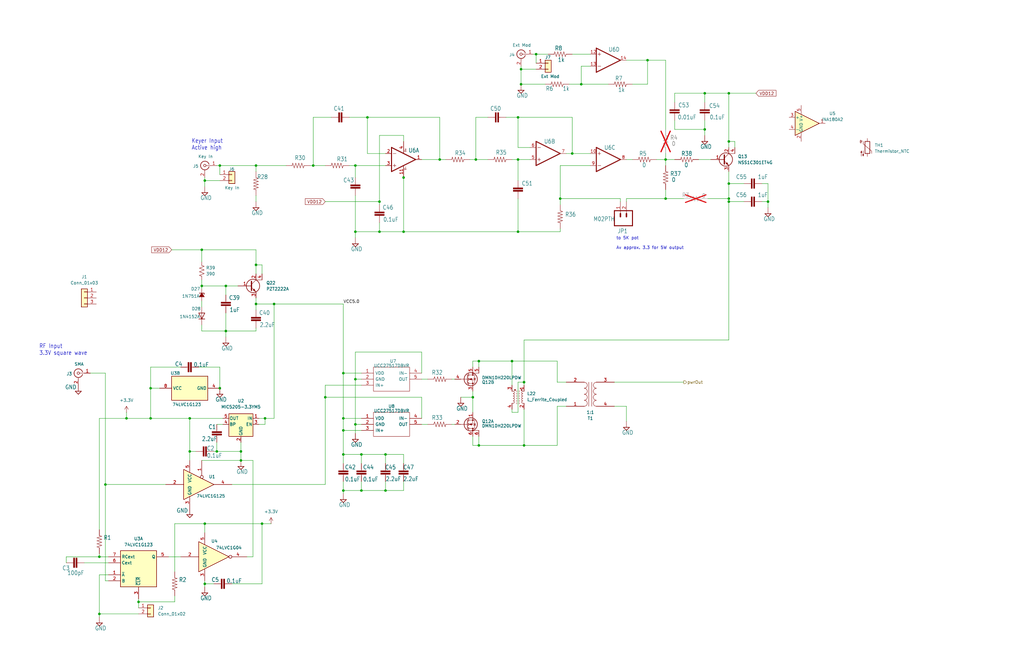
<source format=kicad_sch>
(kicad_sch (version 20250114) (generator "eeschema") (generator_version "9.0")
  (paper "B")
  (text "RF Input\n3.3V square wave" (at 16.51 150.114 0) (effects (font (size 1.778 1.5113)) (justify left bottom)))
  (text "to 5K pot\n\nAv approx. 3.3 for 5W output" (at 259.842 105.41 0) (effects (font (size 1.27 1.27)) (justify left bottom)))
  (text "Keyer Input\nActive high" (at 80.772 63.5 0) (effects (font (size 1.778 1.5113)) (justify left bottom)))
  (junction (at 111.76 176.53))
  (junction (at 170.18 74.93))
  (junction (at 297.18 39.37))
  (junction (at 92.71 163.83))
  (junction (at 170.18 97.79))
  (junction (at 162.56 207.01))
  (junction (at 297.18 54.61))
  (junction (at 226.06 22.86))
  (junction (at 273.05 25.4))
  (junction (at 149.86 69.85))
  (junction (at 149.86 160.02))
  (junction (at 115.57 128.27))
  (junction (at 144.78 157.48))
  (junction (at 101.6 190.5))
  (junction (at 220.98 161.29))
  (junction (at 160.02 97.79))
  (junction (at 219.71 29.21))
  (junction (at 86.36 76.2))
  (junction (at 201.93 187.96))
  (junction (at 215.9 152.4))
  (junction (at 236.22 83.82))
  (junction (at 63.5 163.83))
  (junction (at 323.85 85.09))
  (junction (at 241.3 64.77))
  (junction (at 200.66 67.31))
  (junction (at 137.16 167.64))
  (junction (at 280.67 67.31))
  (junction (at 144.78 181.61))
  (junction (at 220.98 187.96))
  (junction (at 245.11 35.56))
  (junction (at 199.39 167.64))
  (junction (at 107.95 69.85))
  (junction (at 149.86 97.79))
  (junction (at 101.6 194.31))
  (junction (at 154.94 49.53))
  (junction (at 86.36 246.38))
  (junction (at 218.44 67.31))
  (junction (at 91.44 190.5))
  (junction (at 95.25 120.65))
  (junction (at 107.95 128.27))
  (junction (at 44.45 204.47))
  (junction (at 41.91 259.08))
  (junction (at 85.09 120.65))
  (junction (at 201.93 152.4))
  (junction (at 152.4 191.77))
  (junction (at 307.34 77.47))
  (junction (at 144.78 207.01))
  (junction (at 63.5 176.53))
  (junction (at 218.44 49.53))
  (junction (at 185.42 67.31))
  (junction (at 110.49 220.98))
  (junction (at 149.86 179.07))
  (junction (at 86.36 220.98))
  (junction (at 85.09 105.41))
  (junction (at 307.34 85.09))
  (junction (at 53.34 176.53))
  (junction (at 41.91 234.95))
  (junction (at 92.71 69.85))
  (junction (at 95.25 139.7))
  (junction (at 307.34 83.82))
  (junction (at 162.56 191.77))
  (junction (at 307.34 59.69))
  (junction (at 144.78 191.77))
  (junction (at 107.95 111.76))
  (junction (at 58.42 254))
  (junction (at 218.44 97.79))
  (junction (at 80.01 176.53))
  (junction (at 144.78 176.53))
  (junction (at 160.02 85.09))
  (junction (at 219.71 35.56))
  (junction (at 152.4 207.01))
  (junction (at 307.34 39.37))
  (junction (at 280.67 83.82))
  (junction (at 132.08 69.85))
  (junction (at 80.01 190.5))
  (wire (pts (xy 85.09 139.7) (xy 95.25 139.7)))
  (wire (pts (xy 190.5 179.07) (xy 191.77 179.07)))
  (wire (pts (xy 280.67 67.31) (xy 280.67 69.85)))
  (wire (pts (xy 199.39 184.15) (xy 199.39 187.96)))
  (wire (pts (xy 162.56 64.77) (xy 154.94 64.77)))
  (wire (pts (xy 284.48 67.31) (xy 280.67 67.31)))
  (wire (pts (xy 45.72 245.11) (xy 44.45 245.11)))
  (wire (pts (xy 160.02 85.09) (xy 137.16 85.09)))
  (wire (pts (xy 83.82 154.94) (xy 92.71 154.94)))
  (wire (pts (xy 152.4 191.77) (xy 144.78 191.77)))
  (wire (pts (xy 234.95 171.45) (xy 238.76 171.45)))
  (wire (pts (xy 205.74 49.53) (xy 200.66 49.53)))
  (wire (pts (xy 234.95 152.4) (xy 234.95 161.29)))
  (wire (pts (xy 27.94 237.49) (xy 27.94 234.95)))
  (wire (pts (xy 111.76 179.07) (xy 111.76 176.53)))
  (wire (pts (xy 107.95 128.27) (xy 107.95 130.81)))
  (wire (pts (xy 236.22 69.85) (xy 248.92 69.85)))
  (wire (pts (xy 152.4 162.56) (xy 137.16 162.56)))
  (wire (pts (xy 144.78 203.2) (xy 144.78 207.01)))
  (wire (pts (xy 41.91 242.57) (xy 41.91 259.08)))
  (wire (pts (xy 152.4 191.77) (xy 162.56 191.77)))
  (wire (pts (xy 185.42 49.53) (xy 154.94 49.53)))
  (wire (pts (xy 139.7 49.53) (xy 132.08 49.53)))
  (wire (pts (xy 95.25 120.65) (xy 100.33 120.65)))
  (wire (pts (xy 90.17 190.5) (xy 91.44 190.5)))
  (wire (pts (xy 41.91 176.53) (xy 53.34 176.53)))
  (wire (pts (xy 27.94 234.95) (xy 41.91 234.95)))
  (wire (pts (xy 307.34 39.37) (xy 318.77 39.37)))
  (wire (pts (xy 86.36 246.38) (xy 90.17 246.38)))
  (wire (pts (xy 149.86 69.85) (xy 162.56 69.85)))
  (wire (pts (xy 160.02 97.79) (xy 149.86 97.79)))
  (wire (pts (xy 218.44 173.99) (xy 218.44 161.29)))
  (wire (pts (xy 91.44 190.5) (xy 101.6 190.5)))
  (wire (pts (xy 234.95 161.29) (xy 238.76 161.29)))
  (wire (pts (xy 241.3 49.53) (xy 218.44 49.53)))
  (wire (pts (xy 177.8 148.59) (xy 149.86 148.59)))
  (wire (pts (xy 144.78 208.28) (xy 144.78 207.01)))
  (wire (pts (xy 152.4 191.77) (xy 152.4 195.58)))
  (wire (pts (xy 199.39 152.4) (xy 201.93 152.4)))
  (wire (pts (xy 160.02 93.98) (xy 160.02 97.79)))
  (wire (pts (xy 177.8 67.31) (xy 185.42 67.31)))
  (wire (pts (xy 132.08 49.53) (xy 132.08 69.85)))
  (wire (pts (xy 226.06 22.86) (xy 231.14 22.86)))
  (wire (pts (xy 63.5 163.83) (xy 63.5 176.53)))
  (wire (pts (xy 199.39 152.4) (xy 199.39 154.94)))
  (wire (pts (xy 284.48 39.37) (xy 284.48 43.18)))
  (wire (pts (xy 321.31 77.47) (xy 323.85 77.47)))
  (wire (pts (xy 107.95 128.27) (xy 115.57 128.27)))
  (wire (pts (xy 309.88 59.69) (xy 307.34 59.69)))
  (wire (pts (xy 144.78 181.61) (xy 152.4 181.61)))
  (wire (pts (xy 264.16 25.4) (xy 273.05 25.4)))
  (wire (pts (xy 144.78 207.01) (xy 152.4 207.01)))
  (wire (pts (xy 91.44 69.85) (xy 92.71 69.85)))
  (wire (pts (xy 132.08 69.85) (xy 137.16 69.85)))
  (wire (pts (xy 198.12 67.31) (xy 200.66 67.31)))
  (wire (pts (xy 284.48 54.61) (xy 297.18 54.61)))
  (wire (pts (xy 85.09 118.11) (xy 85.09 120.65)))
  (wire (pts (xy 107.95 115.57) (xy 107.95 111.76)))
  (wire (pts (xy 215.9 67.31) (xy 218.44 67.31)))
  (wire (pts (xy 44.45 157.48) (xy 38.1 157.48)))
  (wire (pts (xy 91.44 179.07) (xy 93.98 179.07)))
  (wire (pts (xy 101.6 190.5) (xy 101.6 194.31)))
  (wire (pts (xy 297.18 54.61) (xy 297.18 57.15)))
  (wire (pts (xy 80.01 190.5) (xy 82.55 190.5)))
  (wire (pts (xy 264.16 171.45) (xy 264.16 177.8)))
  (wire (pts (xy 218.44 67.31) (xy 223.52 67.31)))
  (wire (pts (xy 297.18 39.37) (xy 307.34 39.37)))
  (wire (pts (xy 280.67 64.77) (xy 280.67 67.31)))
  (wire (pts (xy 241.3 64.77) (xy 248.92 64.77)))
  (wire (pts (xy 44.45 245.11) (xy 44.45 204.47)))
  (wire (pts (xy 219.71 29.21) (xy 226.06 29.21)))
  (wire (pts (xy 162.56 203.2) (xy 162.56 207.01)))
  (wire (pts (xy 85.09 127) (xy 85.09 129.54)))
  (wire (pts (xy 115.57 176.53) (xy 115.57 128.27)))
  (wire (pts (xy 53.34 173.99) (xy 53.34 176.53)))
  (wire (pts (xy 307.34 85.09) (xy 313.69 85.09)))
  (wire (pts (xy 170.18 191.77) (xy 170.18 195.58)))
  (wire (pts (xy 101.6 186.69) (xy 101.6 190.5)))
  (wire (pts (xy 276.86 67.31) (xy 280.67 67.31)))
  (wire (pts (xy 144.78 176.53) (xy 144.78 181.61)))
  (wire (pts (xy 41.91 234.95) (xy 45.72 234.95)))
  (wire (pts (xy 72.39 105.41) (xy 85.09 105.41)))
  (wire (pts (xy 67.31 163.83) (xy 63.5 163.83)))
  (wire (pts (xy 297.18 50.8) (xy 297.18 54.61)))
  (wire (pts (xy 97.79 204.47) (xy 137.16 204.47)))
  (wire (pts (xy 41.91 176.53) (xy 41.91 223.52)))
  (wire (pts (xy 44.45 157.48) (xy 44.45 204.47)))
  (wire (pts (xy 110.49 115.57) (xy 110.49 111.76)))
  (wire (pts (xy 218.44 97.79) (xy 236.22 97.79)))
  (wire (pts (xy 80.01 176.53) (xy 93.98 176.53)))
  (wire (pts (xy 71.12 234.95) (xy 76.2 234.95)))
  (wire (pts (xy 95.25 124.46) (xy 95.25 120.65)))
  (wire (pts (xy 170.18 203.2) (xy 170.18 207.01)))
  (wire (pts (xy 264.16 83.82) (xy 280.67 83.82)))
  (wire (pts (xy 95.25 139.7) (xy 95.25 142.24)))
  (wire (pts (xy 170.18 97.79) (xy 160.02 97.79)))
  (wire (pts (xy 273.05 35.56) (xy 273.05 25.4)))
  (wire (pts (xy 273.05 25.4) (xy 280.67 25.4)))
  (wire (pts (xy 109.22 179.07) (xy 111.76 179.07)))
  (wire (pts (xy 220.98 187.96) (xy 234.95 187.96)))
  (wire (pts (xy 85.09 120.65) (xy 85.09 121.92)))
  (wire (pts (xy 107.95 72.39) (xy 107.95 69.85)))
  (wire (pts (xy 307.34 77.47) (xy 313.69 77.47)))
  (wire (pts (xy 201.93 152.4) (xy 201.93 154.94)))
  (wire (pts (xy 220.98 172.72) (xy 220.98 187.96)))
  (wire (pts (xy 280.67 80.01) (xy 280.67 83.82)))
  (wire (pts (xy 137.16 167.64) (xy 177.8 167.64)))
  (wire (pts (xy 63.5 176.53) (xy 80.01 176.53)))
  (wire (pts (xy 85.09 194.31) (xy 101.6 194.31)))
  (wire (pts (xy 284.48 39.37) (xy 297.18 39.37)))
  (wire (pts (xy 245.11 27.94) (xy 245.11 35.56)))
  (wire (pts (xy 86.36 78.74) (xy 86.36 76.2)))
  (wire (pts (xy 199.39 167.64) (xy 199.39 173.99)))
  (wire (pts (xy 107.95 111.76) (xy 107.95 105.41)))
  (wire (pts (xy 111.76 176.53) (xy 115.57 176.53)))
  (wire (pts (xy 321.31 85.09) (xy 323.85 85.09)))
  (wire (pts (xy 63.5 154.94) (xy 63.5 163.83)))
  (wire (pts (xy 218.44 83.82) (xy 218.44 97.79)))
  (wire (pts (xy 185.42 67.31) (xy 185.42 49.53)))
  (wire (pts (xy 199.39 187.96) (xy 201.93 187.96)))
  (wire (pts (xy 264.16 83.82) (xy 264.16 85.09)))
  (wire (pts (xy 160.02 57.15) (xy 160.02 85.09)))
  (wire (pts (xy 266.7 35.56) (xy 273.05 35.56)))
  (wire (pts (xy 86.36 220.98) (xy 110.49 220.98)))
  (wire (pts (xy 190.5 160.02) (xy 191.77 160.02)))
  (wire (pts (xy 35.56 237.49) (xy 45.72 237.49)))
  (wire (pts (xy 97.79 246.38) (xy 110.49 246.38)))
  (wire (pts (xy 86.36 220.98) (xy 86.36 224.79)))
  (wire (pts (xy 220.98 143.51) (xy 220.98 161.29)))
  (wire (pts (xy 200.66 67.31) (xy 205.74 67.31)))
  (wire (pts (xy 107.95 69.85) (xy 120.65 69.85)))
  (wire (pts (xy 234.95 187.96) (xy 234.95 171.45)))
  (wire (pts (xy 160.02 86.36) (xy 160.02 85.09)))
  (wire (pts (xy 307.34 59.69) (xy 307.34 62.23)))
  (wire (pts (xy 41.91 259.08) (xy 41.91 260.35)))
  (wire (pts (xy 149.86 179.07) (xy 149.86 182.88)))
  (wire (pts (xy 236.22 83.82) (xy 261.62 83.82)))
  (wire (pts (xy 218.44 67.31) (xy 218.44 76.2)))
  (wire (pts (xy 261.62 85.09) (xy 261.62 83.82)))
  (wire (pts (xy 107.95 105.41) (xy 85.09 105.41)))
  (wire (pts (xy 323.85 77.47) (xy 323.85 85.09)))
  (wire (pts (xy 199.39 165.1) (xy 199.39 167.64)))
  (wire (pts (xy 144.78 128.27) (xy 144.78 157.48)))
  (wire (pts (xy 170.18 74.295) (xy 170.18 74.93)))
  (wire (pts (xy 149.86 97.79) (xy 149.86 100.33)))
  (wire (pts (xy 220.98 143.51) (xy 307.34 143.51)))
  (wire (pts (xy 201.93 184.15) (xy 201.93 187.96)))
  (wire (pts (xy 162.56 191.77) (xy 162.56 195.58)))
  (wire (pts (xy 86.36 246.38) (xy 86.36 247.65)))
  (wire (pts (xy 58.42 254) (xy 58.42 256.54)))
  (wire (pts (xy 152.4 203.2) (xy 152.4 207.01)))
  (wire (pts (xy 147.32 69.85) (xy 149.86 69.85)))
  (wire (pts (xy 80.01 176.53) (xy 80.01 190.5)))
  (wire (pts (xy 218.44 62.23) (xy 218.44 49.53)))
  (wire (pts (xy 144.78 195.58) (xy 144.78 191.77)))
  (wire (pts (xy 162.56 207.01) (xy 170.18 207.01)))
  (wire (pts (xy 280.67 83.82) (xy 288.29 83.82)))
  (wire (pts (xy 177.8 167.64) (xy 177.8 176.53)))
  (wire (pts (xy 107.95 139.7) (xy 107.95 138.43)))
  (wire (pts (xy 149.86 82.55) (xy 149.86 97.79)))
  (wire (pts (xy 298.45 83.82) (xy 307.34 83.82)))
  (wire (pts (xy 152.4 160.02) (xy 149.86 160.02)))
  (wire (pts (xy 241.3 22.86) (xy 248.92 22.86)))
  (wire (pts (xy 201.93 152.4) (xy 215.9 152.4)))
  (wire (pts (xy 236.22 69.85) (xy 236.22 83.82)))
  (wire (pts (xy 85.09 105.41) (xy 85.09 110.49)))
  (wire (pts (xy 307.34 83.82) (xy 307.34 77.47)))
  (wire (pts (xy 259.08 161.29) (xy 288.29 161.29)))
  (wire (pts (xy 154.94 49.53) (xy 147.32 49.53)))
  (wire (pts (xy 149.86 160.02) (xy 149.86 179.07)))
  (wire (pts (xy 220.98 162.56) (xy 220.98 161.29)))
  (wire (pts (xy 109.22 176.53) (xy 111.76 176.53)))
  (wire (pts (xy 86.36 245.11) (xy 86.36 246.38)))
  (wire (pts (xy 215.9 152.4) (xy 234.95 152.4)))
  (wire (pts (xy 219.71 35.56) (xy 229.87 35.56)))
  (wire (pts (xy 219.71 35.56) (xy 219.71 29.21)))
  (wire (pts (xy 264.16 67.31) (xy 266.7 67.31)))
  (wire (pts (xy 91.44 186.69) (xy 91.44 190.5)))
  (wire (pts (xy 41.91 259.08) (xy 58.42 259.08)))
  (wire (pts (xy 294.64 67.31) (xy 299.72 67.31)))
  (wire (pts (xy 106.68 194.31) (xy 106.68 234.95)))
  (wire (pts (xy 162.56 191.77) (xy 170.18 191.77)))
  (wire (pts (xy 297.18 39.37) (xy 297.18 43.18)))
  (wire (pts (xy 149.86 148.59) (xy 149.86 160.02)))
  (wire (pts (xy 309.88 59.69) (xy 309.88 62.23)))
  (wire (pts (xy 85.09 120.65) (xy 95.25 120.65)))
  (wire (pts (xy 137.16 162.56) (xy 137.16 167.64)))
  (wire (pts (xy 154.94 64.77) (xy 154.94 49.53)))
  (wire (pts (xy 110.49 111.76) (xy 107.95 111.76)))
  (wire (pts (xy 245.11 35.56) (xy 256.54 35.56)))
  (wire (pts (xy 236.22 86.36) (xy 236.22 83.82)))
  (wire (pts (xy 238.76 64.77) (xy 241.3 64.77)))
  (wire (pts (xy 86.36 76.2) (xy 86.36 74.93)))
  (wire (pts (xy 201.93 187.96) (xy 220.98 187.96)))
  (wire (pts (xy 307.34 39.37) (xy 307.34 59.69)))
  (wire (pts (xy 53.34 176.53) (xy 63.5 176.53)))
  (wire (pts (xy 85.09 137.16) (xy 85.09 139.7)))
  (wire (pts (xy 149.86 179.07) (xy 152.4 179.07)))
  (wire (pts (xy 92.71 69.85) (xy 107.95 69.85)))
  (wire (pts (xy 218.44 49.53) (xy 213.36 49.53)))
  (wire (pts (xy 80.01 190.5) (xy 80.01 194.31)))
  (wire (pts (xy 240.03 35.56) (xy 245.11 35.56)))
  (wire (pts (xy 58.42 252.73) (xy 58.42 254)))
  (wire (pts (xy 106.68 234.95) (xy 104.14 234.95)))
  (wire (pts (xy 177.8 148.59) (xy 177.8 157.48)))
  (wire (pts (xy 101.6 194.31) (xy 106.68 194.31)))
  (wire (pts (xy 218.44 161.29) (xy 220.98 161.29)))
  (wire (pts (xy 224.79 22.86) (xy 226.06 22.86)))
  (wire (pts (xy 218.44 97.79) (xy 170.18 97.79)))
  (wire (pts (xy 248.92 27.94) (xy 245.11 27.94)))
  (wire (pts (xy 110.49 220.98) (xy 114.3 220.98)))
  (wire (pts (xy 160.02 57.15) (xy 170.18 57.15)))
  (wire (pts (xy 45.72 242.57) (xy 41.91 242.57)))
  (wire (pts (xy 144.78 181.61) (xy 144.78 191.77)))
  (wire (pts (xy 307.34 143.51) (xy 307.34 85.09)))
  (wire (pts (xy 107.95 82.55) (xy 107.95 85.09)))
  (wire (pts (xy 194.31 167.64) (xy 199.39 167.64)))
  (wire (pts (xy 264.16 171.45) (xy 259.08 171.45)))
  (wire (pts (xy 137.16 204.47) (xy 137.16 167.64)))
  (wire (pts (xy 219.71 29.21) (xy 219.71 27.94)))
  (wire (pts (xy 107.95 125.73) (xy 107.95 128.27)))
  (wire (pts (xy 177.8 179.07) (xy 180.34 179.07)))
  (wire (pts (xy 44.45 204.47) (xy 69.85 204.47)))
  (wire (pts (xy 223.52 62.23) (xy 218.44 62.23)))
  (wire (pts (xy 92.71 154.94) (xy 92.71 163.83)))
  (wire (pts (xy 144.78 157.48) (xy 152.4 157.48)))
  (wire (pts (xy 92.71 69.85) (xy 92.71 73.66)))
  (wire (pts (xy 215.9 172.72) (xy 215.9 173.99)))
  (wire (pts (xy 144.78 176.53) (xy 152.4 176.53)))
  (wire (pts (xy 73.66 220.98) (xy 86.36 220.98)))
  (wire (pts (xy 115.57 128.27) (xy 144.78 128.27)))
  (wire (pts (xy 177.8 160.02) (xy 180.34 160.02)))
  (wire (pts (xy 323.85 87.63) (xy 323.85 85.09)))
  (wire (pts (xy 170.18 57.15) (xy 170.18 59.69)))
  (wire (pts (xy 236.22 96.52) (xy 236.22 97.79)))
  (wire (pts (xy 41.91 233.68) (xy 41.91 234.95)))
  (wire (pts (xy 185.42 67.31) (xy 187.96 67.31)))
  (wire (pts (xy 149.86 74.93) (xy 149.86 69.85)))
  (wire (pts (xy 76.2 154.94) (xy 63.5 154.94)))
  (wire (pts (xy 280.67 25.4) (xy 280.67 54.61)))
  (wire (pts (xy 170.18 74.93) (xy 170.18 97.79)))
  (wire (pts (xy 307.34 72.39) (xy 307.34 77.47)))
  (wire (pts (xy 73.66 251.46) (xy 73.66 254)))
  (wire (pts (xy 241.3 64.77) (xy 241.3 49.53)))
  (wire (pts (xy 215.9 152.4) (xy 215.9 162.56)))
  (wire (pts (xy 152.4 207.01) (xy 162.56 207.01)))
  (wire (pts (xy 73.66 254) (xy 58.42 254)))
  (wire (pts (xy 200.66 49.53) (xy 200.66 67.31)))
  (wire (pts (xy 86.36 76.2) (xy 92.71 76.2)))
  (wire (pts (xy 73.66 241.3) (xy 73.66 220.98)))
  (wire (pts (xy 215.9 173.99) (xy 218.44 173.99)))
  (wire (pts (xy 284.48 50.8) (xy 284.48 54.61)))
  (wire (pts (xy 95.25 132.08) (xy 95.25 139.7)))
  (wire (pts (xy 144.78 176.53) (xy 144.78 157.48)))
  (wire (pts (xy 226.06 22.86) (xy 226.06 26.67)))
  (wire (pts (xy 307.34 85.09) (xy 307.34 83.82)))
  (wire (pts (xy 130.81 69.85) (xy 132.08 69.85)))
  (wire (pts (xy 95.25 139.7) (xy 107.95 139.7)))
  (wire (pts (xy 110.49 246.38) (xy 110.49 220.98)))
  (label "VCC5.0" (at 144.78 128.27 0))
  (global_label "VDD12" (shape input) (at 318.77 39.37 0) (property "Intersheetrefs" "${INTERSHEET_REFS}" (effects (hide yes))))
  (global_label "VDD12" (shape input) (at 137.16 85.09 180) (property "Intersheetrefs" "${INTERSHEET_REFS}" (effects (hide yes))))
  (global_label "VDD12" (shape input) (at 72.39 105.41 180) (property "Intersheetrefs" "${INTERSHEET_REFS}" (effects (hide yes))))
  (hierarchical_label "pwrOut" (shape output) (at 288.29 161.29 0))
  (symbol (lib_id "powerAmp_RevB-eagle-import:RESISTOR0603-RES") (at 236.22 22.86 180) (unit 1)
    (property "Reference" "R8" (at 233.934 21.336 0) (effects (font (size 1.778 1.5113)) (justify right top)))
    (property "Value" "1k" (at 235.204 26.162 0) (effects (font (size 1.778 1.5113)) (justify right top)))
    (property "Footprint" "Resistor_SMD:R_0603_1608Metric_Pad0.98x0.95mm_HandSolder" (effects (hide yes)))
  )
  (symbol (lib_id "powerAmp_RevB-eagle-import:CAP0603-CAP") (at 152.4 198.12 180) (unit 1)
    (property "Reference" "C44" (at 153.035 198.12 0) (effects (font (size 1.778 1.5113)) (justify right top)))
    (property "Value" "0.1uF" (at 153.035 203.2 0) (effects (font (size 1.778 1.5113)) (justify right top)))
    (property "Footprint" "Capacitor_SMD:C_0603_1608Metric_Pad1.08x0.95mm_HandSolder" (effects (hide yes)))
  )
  (symbol (lib_id "powerAmp_RevB-eagle-import:CAP0603-CAP") (at 284.48 45.72 180) (unit 1)
    (property "Reference" "C53" (at 286.004 45.339 0) (effects (font (size 1.778 1.5113)) (justify right top)))
    (property "Value" "0.01uF" (at 285.75 50.419 0) (effects (font (size 1.778 1.5113)) (justify right top)))
    (property "Footprint" "Capacitor_SMD:C_0603_1608Metric_Pad1.08x0.95mm_HandSolder" (effects (hide yes)))
  )
  (symbol (lib_id "power:+3.3V") (at 114.3 220.98 0) (unit 1)
    (property "Reference" "#PWR02" (effects (hide yes)))
    (property "Value" "+3.3V" (at 114.3 215.9 0))
    (property "Description" "Power symbol creates a global label with name \"+3.3V\"" (effects (hide yes)))
  )
  (symbol (lib_id "Device:Q_NPN_BCEC") (at 304.8 67.31 0) (unit 1)
    (property "Reference" "Q13" (at 311.15 66.04 0) (effects (justify left)))
    (property "Value" "NSS1C301ET4G" (at 311.15 68.58 0) (effects (justify left)))
    (property "Footprint" "Package_TO_SOT_SMD:TO-252-3_TabPin4" (effects (hide yes)))
  )
  (symbol (lib_name "OPA1679IDR_2") (lib_id "powerAmp_RevB-eagle-import:OPA1679IDR") (at 231.14 64.77 0) (mirror x) (unit 2)
    (property "Reference" "U6" (at 229.362 58.674 0) (effects (font (size 1.778 1.5113)) (justify left bottom)))
    (property "Value" "OPA1679IDR" (effects (hide yes)))
    (property "Footprint" "Package_SO:SOIC-14_3.9x8.7mm_P1.27mm" (effects (hide yes)))
  )
  (symbol (lib_id "SamacSys_Parts:UCC27517DBVR") (at 152.4 157.48 0) (unit 1)
    (property "Reference" "U7" (at 165.735 152.4 0))
    (property "Value" "UCC27517DBVR" (at 165.1 154.305 0))
    (property "Footprint" "SamacSys_Parts:SOT95P280X145-5N" (effects (hide yes)))
    (property "Datasheet" "http://www.ti.com/lit/gpn/ucc27517" (effects (hide yes)))
    (property "Description" "4A/4A Single Channel High-speed Low-side Gate Driver" (effects (hide yes)))
    (property "Height" "1.45" (effects (hide yes)))
    (property "Mouser Part Number" "595-UCC27517DBVR" (effects (hide yes)))
    (property "Mouser Price/Stock" "https://www.mouser.co.uk/ProductDetail/Texas-Instruments/UCC27517DBVR?qs=Brs2XCuyt3cZR2K0W764eA%3D%3D" (effects (hide yes)))
    (property "Manufacturer_Name" "Texas Instruments" (effects (hide yes)))
    (property "Manufacturer_Part_Number" "UCC27517DBVR" (effects (hide yes)))
  )
  (symbol (lib_id "powerAmp_RevB-eagle-import:RESISTOR0603-RES") (at 193.04 67.31 180) (unit 1)
    (property "Reference" "R34" (at 191.77 65.5574 0) (effects (font (size 1.778 1.5113)) (justify right top)))
    (property "Value" "603-RC0603FR-0736KL" (effects (hide yes)))
    (property "Footprint" "Resistor_SMD:R_0603_1608Metric_Pad0.98x0.95mm_HandSolder" (effects (hide yes)))
  )
  (symbol (lib_id "powerAmp_RevB-eagle-import:CAP0603-CAP") (at 30.48 237.49 270) (unit 1)
    (property "Reference" "C3" (at 29.464 238.76 90) (effects (font (size 1.778 1.5113)) (justify right top)))
    (property "Value" "100pF" (at 35.56 240.792 90) (effects (font (size 1.778 1.5113)) (justify right top)))
    (property "Footprint" "Capacitor_SMD:C_0603_1608Metric_Pad1.08x0.95mm_HandSolder" (effects (hide yes)))
  )
  (symbol (lib_id "powerAmp_RevB-eagle-import:CAP0603-CAP") (at 144.78 198.12 180) (unit 1)
    (property "Reference" "C42" (at 145.415 198.12 0) (effects (font (size 1.778 1.5113)) (justify right top)))
    (property "Value" "0.1uF" (at 145.415 203.2 0) (effects (font (size 1.778 1.5113)) (justify right top)))
    (property "Footprint" "Capacitor_SMD:C_0603_1608Metric_Pad1.08x0.95mm_HandSolder" (effects (hide yes)))
  )
  (symbol (lib_id "powerAmp_RevB-eagle-import:RESISTOR0603-RES") (at 185.42 179.07 0) (unit 1)
    (property "Reference" "R33" (at 186.69 175.26 0) (effects (font (size 1.778 1.5113)) (justify right top)))
    (property "Value" "603-RC0603FR-0733KL" (effects (hide yes)))
    (property "Footprint" "Resistor_SMD:R_0805_2012Metric_Pad1.20x1.40mm_HandSolder" (effects (hide yes)))
  )
  (symbol (lib_id "powerAmp_RevB-eagle-import:CAP0603-CAP") (at 210.82 49.53 90) (unit 1)
    (property "Reference" "C50" (at 211.328 44.831 90) (effects (font (size 1.778 1.5113)) (justify left bottom)))
    (property "Value" "710-885012206073" (effects (hide yes)))
    (property "Footprint" "Capacitor_SMD:C_0603_1608Metric_Pad1.08x0.95mm_HandSolder" (effects (hide yes)))
  )
  (symbol (lib_id "powerAmp_RevB-eagle-import:RESISTOR0603-RES") (at 41.91 228.6 90) (unit 1)
    (property "Reference" "R1" (at 43.688 227.838 90) (effects (font (size 1.778 1.5113)) (justify right top)))
    (property "Value" "603-RC0603FR-0733KL" (effects (hide yes)))
    (property "Footprint" "Resistor_SMD:R_0805_2012Metric_Pad1.20x1.40mm_HandSolder" (effects (hide yes)))
  )
  (symbol (lib_id "powerAmp_RevB-eagle-import:CAP0603-CAP") (at 95.25 246.38 90) (unit 1)
    (property "Reference" "C5" (at 89.154 245.618 90) (effects (font (size 1.778 1.5113)) (justify right top)))
    (property "Value" "0.1uF" (at 95.504 246.126 90) (effects (font (size 1.778 1.5113)) (justify right top)))
    (property "Footprint" "Capacitor_SMD:C_0603_1608Metric_Pad1.08x0.95mm_HandSolder" (effects (hide yes)))
  )
  (symbol (lib_name "OPA1679IDR_1") (lib_id "powerAmp_RevB-eagle-import:OPA1679IDR") (at 256.54 67.31 0) (unit 3)
    (property "Reference" "U6" (at 254.762 63.246 0) (effects (font (size 1.778 1.5113)) (justify left bottom)))
    (property "Value" "OPA1679IDR" (effects (hide yes)))
    (property "Footprint" "Package_SO:SOIC-14_3.9x8.7mm_P1.27mm" (effects (hide yes)))
  )
  (symbol (lib_id "powerAmp_RevB-eagle-import:GND") (at 101.6 196.85 0) (unit 1)
    (property "Reference" "#SUPPLY012" (effects (hide yes)))
    (property "Value" "GND" (at 99.695 200.025 0) (effects (font (size 1.778 1.5113)) (justify left bottom)))
    (property "Footprint" "powerAmp_RevB:" (effects (hide yes)))
  )
  (symbol (lib_id "powerAmp_RevB-eagle-import:CAP0603-CAP") (at 144.78 49.53 90) (unit 1)
    (property "Reference" "C41" (at 145.288 44.831 90) (effects (font (size 1.778 1.5113)) (justify left bottom)))
    (property "Value" "710-885012206073" (effects (hide yes)))
    (property "Footprint" "Capacitor_SMD:C_0603_1608Metric_Pad1.08x0.95mm_HandSolder" (effects (hide yes)))
  )
  (symbol (lib_id "powerAmp_RevB-eagle-import:CAP0603-CAP") (at 316.23 85.09 270) (unit 1)
    (property "Reference" "C56" (at 314.96 81.28 90) (effects (font (size 1.778 1.5113)) (justify right top)))
    (property "Value" "1uF" (at 323.85 81.28 90) (effects (font (size 1.778 1.5113)) (justify right top)))
    (property "Footprint" "Capacitor_SMD:C_0603_1608Metric_Pad1.08x0.95mm_HandSolder" (effects (hide yes)))
  )
  (symbol (lib_id "powerAmp_RevB-eagle-import:GND") (at 149.86 102.87 0) (unit 1)
    (property "Reference" "#SUPPLY06" (effects (hide yes)))
    (property "Value" "GND" (at 147.955 106.045 0) (effects (font (size 1.778 1.5113)) (justify left bottom)))
    (property "Footprint" "powerAmp_RevB:" (effects (hide yes)))
  )
  (symbol (lib_name "OPA1679IDR_3") (lib_id "powerAmp_RevB-eagle-import:OPA1679IDR") (at 170.18 67.31 0) (unit 5)
    (property "Reference" "U$1" (effects (hide yes)))
    (property "Value" "OPA1679IDR" (effects (hide yes)))
    (property "Footprint" "Package_SO:SOIC-14_3.9x8.7mm_P1.27mm" (effects (hide yes)))
  )
  (symbol (lib_id "Connector:Conn_Coaxial") (at 219.71 22.86 0) (mirror y) (unit 1)
    (property "Reference" "J4" (at 215.9 23.114 0))
    (property "Value" "Ext Mod" (at 220.0274 19.05 0))
    (property "Description" "coaxial connector (BNC, SMA, SMB, SMC, Cinch/RCA, LEMO, ...)" (effects (hide yes)))
  )
  (symbol (lib_id "powerAmp_RevB-eagle-import:GND") (at 297.18 59.69 0) (unit 1)
    (property "Reference" "#SUPPLY09" (effects (hide yes)))
    (property "Value" "GND" (at 295.275 62.865 0) (effects (font (size 1.778 1.5113)) (justify left bottom)))
    (property "Footprint" "powerAmp_RevB:" (effects (hide yes)))
  )
  (symbol (lib_id "powerAmp_RevB-eagle-import:RESISTOR0603-RES") (at 280.67 59.69 90) (unit 1) (dnp yes)
    (property "Reference" "R4" (at 282.575 59.055 90) (effects (font (size 1.778 1.5113)) (justify right top)))
    (property "Value" "0" (at 283.21 61.595 90) (effects (font (size 1.778 1.5113)) (justify right top)))
    (property "Footprint" "Resistor_SMD:R_0603_1608Metric_Pad0.98x0.95mm_HandSolder" (effects (hide yes)))
  )
  (symbol (lib_id "powerAmp_RevB-eagle-import:RESISTOR0603-RES") (at 125.73 69.85 180) (unit 1)
    (property "Reference" "R30" (at 124.206 67.5894 0) (effects (font (size 1.778 1.5113)) (justify right top)))
    (property "Value" "603-RC0603FR-0733KL" (effects (hide yes)))
    (property "Footprint" "Resistor_SMD:R_0603_1608Metric_Pad0.98x0.95mm_HandSolder" (effects (hide yes)))
  )
  (symbol (lib_name "OPA1679IDR_4") (lib_id "powerAmp_RevB-eagle-import:OPA1679IDR") (at 170.18 67.31 0) (mirror x) (unit 1)
    (property "Reference" "U6" (at 172.212 62.484 0) (effects (font (size 1.778 1.5113)) (justify left bottom)))
    (property "Value" "OPA1679IDR" (effects (hide yes)))
    (property "Footprint" "Package_SO:SOIC-14_3.9x8.7mm_P1.27mm" (effects (hide yes)))
  )
  (symbol (lib_id "74xGxx:74LVC1G123") (at 80.01 163.83 90) (unit 2)
    (property "Reference" "U3" (at 75.946 157.48 90) (effects (justify left)))
    (property "Value" "74LVC1G123" (at 84.836 170.688 90) (effects (justify left)))
    (property "Datasheet" "http://www.ti.com/lit/ds/symlink/sn74lvc1g123.pdf" (effects (hide yes)))
  )
  (symbol (lib_id "Device:Transformer_1P_1S") (at 248.92 166.37 0) (mirror x) (unit 1)
    (property "Reference" "T1" (at 248.9327 176.53 0))
    (property "Value" "1:1" (at 248.9327 173.99 0))
    (property "Footprint" "Transformer_THT:Transformer_Toroid_Horizontal_D14.0mm_Amidon-T50" (effects (hide yes)))
  )
  (symbol (lib_id "powerAmp_RevB-eagle-import:CAP0603-CAP") (at 218.44 81.28 0) (unit 1)
    (property "Reference" "C51" (at 219.964 78.359 0) (effects (font (size 1.778 1.5113)) (justify left bottom)))
    (property "Value" "80-C0603C223K3R" (effects (hide yes)))
    (property "Footprint" "Capacitor_SMD:C_0603_1608Metric_Pad1.08x0.95mm_HandSolder" (effects (hide yes)))
  )
  (symbol (lib_id "74xGxx:74LVC1G123") (at 58.42 240.03 0) (unit 1)
    (property "Reference" "U3" (at 58.42 227.33 0))
    (property "Value" "74LVC1G123" (at 58.42 229.87 0))
    (property "Datasheet" "http://www.ti.com/lit/ds/symlink/sn74lvc1g123.pdf" (effects (hide yes)))
  )
  (symbol (lib_id "powerAmp_RevB-eagle-import:RESISTOR0603-RES") (at 234.95 35.56 180) (unit 1)
    (property "Reference" "R6" (at 230.124 38.354 0) (effects (font (size 1.778 1.5113)) (justify right top)))
    (property "Value" "1k" (at 237.236 38.354 0) (effects (font (size 1.778 1.5113)) (justify right top)))
    (property "Footprint" "Resistor_SMD:R_0603_1608Metric_Pad0.98x0.95mm_HandSolder" (effects (hide yes)))
  )
  (symbol (lib_id "powerAmp_RevB-eagle-import:GND") (at 33.02 165.1 0) (unit 1)
    (property "Reference" "#SUPPLY015" (effects (hide yes)))
    (property "Value" "GND" (at 27.432 164.338 0) (effects (font (size 1.778 1.5113)) (justify left bottom)))
    (property "Footprint" "powerAmp_RevB:" (effects (hide yes)))
  )
  (symbol (lib_id "powerAmp_RevB-eagle-import:CAP0603-CAP") (at 78.74 154.94 270) (unit 1)
    (property "Reference" "C4" (at 76.962 152.654 90) (effects (font (size 1.778 1.5113)) (justify right top)))
    (property "Value" "0.1uF" (at 88.138 152.908 90) (effects (font (size 1.778 1.5113)) (justify right top)))
    (property "Footprint" "Capacitor_SMD:C_0603_1608Metric_Pad1.08x0.95mm_HandSolder" (effects (hide yes)))
  )
  (symbol (lib_name "Q_Dual_NMOS_S1G1S2G2D2D2D1D1_1") (lib_id "Device:Q_Dual_NMOS_S1G1S2G2D2D2D1D1") (at 196.85 160.02 0) (unit 2)
    (property "Reference" "Q12" (at 203.2 161.29 0) (effects (justify left)))
    (property "Value" "DMN10H220LPDW" (at 203.2 159.385 0) (effects (justify left)))
    (property "Footprint" "SamacSys_Parts:DMN10H220LPDW13" (effects (hide yes)))
  )
  (symbol (lib_id "powerAmp_RevB-eagle-import:M02PTH") (at 261.62 92.71 270) (mirror x) (unit 1)
    (property "Reference" "JP1" (at 260.35 96.52 90) (effects (font (size 1.778 1.5113)) (justify left bottom)))
    (property "Value" "M02PTH" (at 250.19 91.44 90) (effects (font (size 1.778 1.5113)) (justify left bottom)))
    (property "Footprint" "Connector_PinHeader_2.54mm:PinHeader_1x02_P2.54mm_Vertical" (effects (hide yes)))
  )
  (symbol (lib_id "powerAmp_RevB-eagle-import:RESISTOR0603-RES") (at 107.95 77.47 270) (unit 1)
    (property "Reference" "R28" (at 113.03 73.66 90) (effects (font (size 1.778 1.5113)) (justify right top)))
    (property "Value" "603-RC0603FR-0733KL" (effects (hide yes)))
    (property "Footprint" "Resistor_SMD:R_0603_1608Metric_Pad0.98x0.95mm_HandSolder" (effects (hide yes)))
  )
  (symbol (lib_id "powerAmp_RevB-eagle-import:CAP0603-CAP") (at 162.56 200.66 0) (unit 1)
    (property "Reference" "C45" (at 167.005 196.215 0) (effects (font (size 1.778 1.5113)) (justify right top)))
    (property "Value" "2.2uF" (at 169.164 201.168 0) (effects (font (size 1.778 1.5113)) (justify right top)))
    (property "Footprint" "Capacitor_SMD:C_0603_1608Metric_Pad1.08x0.95mm_HandSolder" (effects (hide yes)))
  )
  (symbol (lib_id "powerAmp_RevB-eagle-import:RESISTOR0603-RES") (at 289.56 67.31 180) (unit 1)
    (property "Reference" "R38" (at 287.274 65.786 0) (effects (font (size 1.778 1.5113)) (justify right top)))
    (property "Value" "0" (at 288.544 70.612 0) (effects (font (size 1.778 1.5113)) (justify right top)))
    (property "Footprint" "Resistor_SMD:R_0603_1608Metric_Pad0.98x0.95mm_HandSolder" (effects (hide yes)))
  )
  (symbol (lib_id "powerAmp_RevB-eagle-import:RESISTOR0603-RES") (at 185.42 160.02 0) (unit 1)
    (property "Reference" "R32" (at 186.69 156.21 0) (effects (font (size 1.778 1.5113)) (justify right top)))
    (property "Value" "603-RC0603FR-0733KL" (effects (hide yes)))
    (property "Footprint" "Resistor_SMD:R_0805_2012Metric_Pad1.20x1.40mm_HandSolder" (effects (hide yes)))
  )
  (symbol (lib_id "powerAmp_RevB-eagle-import:GND") (at 86.36 250.19 0) (unit 1)
    (property "Reference" "#SUPPLY013" (effects (hide yes)))
    (property "Value" "GND" (at 84.455 253.365 0) (effects (font (size 1.778 1.5113)) (justify left bottom)))
    (property "Footprint" "powerAmp_RevB:" (effects (hide yes)))
  )
  (symbol (lib_id "Connector_Generic:Conn_01x02") (at 97.79 73.66 0) (unit 1)
    (property "Reference" "J6" (at 96.52 71.374 0) (effects (justify left)))
    (property "Value" "Key In" (at 94.742 79.248 0) (effects (justify left)))
    (property "Footprint" "Connector_PinHeader_2.54mm:PinHeader_1x02_P2.54mm_Vertical" (effects (hide yes)))
    (property "Description" "Generic connector, single row, 01x02, script generated (kicad-library-utils/schlib/autogen/connector/)" (effects (hide yes)))
  )
  (symbol (lib_id "powerAmp_RevB-eagle-import:RESISTOR0603-RES") (at 293.37 83.82 180) (unit 1) (dnp yes)
    (property "Reference" "R3" (at 287.528 83.312 0) (effects (font (size 1.778 1.5113)) (justify right top)))
    (property "Value" "0" (at 295.91 83.566 0) (effects (font (size 1.778 1.5113)) (justify right top)))
    (property "Footprint" "Resistor_SMD:R_0603_1608Metric_Pad0.98x0.95mm_HandSolder" (effects (hide yes)))
  )
  (symbol (lib_id "Connector:Conn_Coaxial") (at 86.36 69.85 0) (mirror y) (unit 1)
    (property "Reference" "J5" (at 82.55 70.104 0))
    (property "Value" "Key In" (at 86.6774 66.04 0))
    (property "Description" "coaxial connector (BNC, SMA, SMB, SMC, Cinch/RCA, LEMO, ...)" (effects (hide yes)))
  )
  (symbol (lib_id "powerAmp_RevB-eagle-import:CAP0603-CAP") (at 91.44 181.61 180) (unit 1)
    (property "Reference" "C1" (at 87.884 181.102 0) (effects (font (size 1.778 1.5113)) (justify right top)))
    (property "Value" "2.2uF" (at 85.09 186.182 0) (effects (font (size 1.778 1.5113)) (justify right top)))
    (property "Footprint" "Capacitor_SMD:C_0603_1608Metric_Pad1.08x0.95mm_HandSolder" (effects (hide yes)))
  )
  (symbol (lib_id "powerAmp_RevB-eagle-import:CAP0603-CAP") (at 85.09 190.5 270) (unit 1)
    (property "Reference" "C2" (at 90.424 188.214 90) (effects (font (size 1.778 1.5113)) (justify right top)))
    (property "Value" "0.1uF" (at 93.726 191.262 90) (effects (font (size 1.778 1.5113)) (justify right top)))
    (property "Footprint" "Capacitor_SMD:C_0603_1608Metric_Pad1.08x0.95mm_HandSolder" (effects (hide yes)))
  )
  (symbol (lib_id "powerAmp_RevB-eagle-import:RESISTOR0603-RES") (at 280.67 74.93 90) (unit 1)
    (property "Reference" "R37" (at 282.575 74.295 90) (effects (font (size 1.778 1.5113)) (justify right top)))
    (property "Value" "0" (at 283.21 76.835 90) (effects (font (size 1.778 1.5113)) (justify right top)))
    (property "Footprint" "Resistor_SMD:R_0603_1608Metric_Pad0.98x0.95mm_HandSolder" (effects (hide yes)))
  )
  (symbol (lib_id "Connector:Conn_Coaxial") (at 33.02 157.48 0) (mirror y) (unit 1)
    (property "Reference" "J3" (at 29.21 157.734 0))
    (property "Value" "SMA" (at 33.3374 153.67 0))
    (property "Description" "coaxial connector (BNC, SMA, SMB, SMC, Cinch/RCA, LEMO, ...)" (effects (hide yes)))
  )
  (symbol (lib_id "SamacSys_Parts:UCC27517DBVR") (at 152.4 176.53 0) (unit 1)
    (property "Reference" "U8" (at 165.1 171.45 0))
    (property "Value" "UCC27517DBVR" (at 165.1 173.355 0))
    (property "Footprint" "SamacSys_Parts:SOT95P280X145-5N" (effects (hide yes)))
    (property "Datasheet" "http://www.ti.com/lit/gpn/ucc27517" (effects (hide yes)))
    (property "Description" "4A/4A Single Channel High-speed Low-side Gate Driver" (effects (hide yes)))
    (property "Height" "1.45" (effects (hide yes)))
    (property "Mouser Part Number" "595-UCC27517DBVR" (effects (hide yes)))
    (property "Mouser Price/Stock" "https://www.mouser.co.uk/ProductDetail/Texas-Instruments/UCC27517DBVR?qs=Brs2XCuyt3cZR2K0W764eA%3D%3D" (effects (hide yes)))
    (property "Manufacturer_Name" "Texas Instruments" (effects (hide yes)))
    (property "Manufacturer_Part_Number" "UCC27517DBVR" (effects (hide yes)))
  )
  (symbol (lib_id "powerAmp_RevB-eagle-import:GND") (at 92.71 166.37 0) (unit 1)
    (property "Reference" "#SUPPLY01" (effects (hide yes)))
    (property "Value" "GND" (at 90.805 169.545 0) (effects (font (size 1.778 1.5113)) (justify left bottom)))
    (property "Footprint" "powerAmp_RevB:" (effects (hide yes)))
  )
  (symbol (lib_id "powerAmp_RevB-eagle-import:CAP0603-CAP") (at 107.95 133.35 180) (unit 1)
    (property "Reference" "C40" (at 109.22 132.969 0) (effects (font (size 1.778 1.5113)) (justify right top)))
    (property "Value" "2.2uF" (at 109.474 138.049 0) (effects (font (size 1.778 1.5113)) (justify right top)))
    (property "Footprint" "Capacitor_SMD:C_0603_1608Metric_Pad1.08x0.95mm_HandSolder" (effects (hide yes)))
  )
  (symbol (lib_id "powerAmp_RevB-eagle-import:GND") (at 149.86 185.42 0) (unit 1)
    (property "Reference" "#SUPPLY05" (effects (hide yes)))
    (property "Value" "GND" (at 147.955 188.595 0) (effects (font (size 1.778 1.5113)) (justify left bottom)))
    (property "Footprint" "powerAmp_RevB:" (effects (hide yes)))
  )
  (symbol (lib_id "powerAmp_RevB-eagle-import:GND") (at 80.01 217.17 0) (unit 1)
    (property "Reference" "#SUPPLY011" (effects (hide yes)))
    (property "Value" "GND" (at 74.422 216.408 0) (effects (font (size 1.778 1.5113)) (justify left bottom)))
    (property "Footprint" "powerAmp_RevB:" (effects (hide yes)))
  )
  (symbol (lib_id "powerAmp_RevB-eagle-import:GND") (at 107.95 87.63 0) (unit 1)
    (property "Reference" "#SUPPLY02" (effects (hide yes)))
    (property "Value" "GND" (at 106.045 90.805 0) (effects (font (size 1.778 1.5113)) (justify left bottom)))
    (property "Footprint" "powerAmp_RevB:" (effects (hide yes)))
  )
  (symbol (lib_id "powerAmp_RevB-eagle-import:GND") (at 264.16 180.34 0) (unit 1)
    (property "Reference" "#SUPPLY08" (effects (hide yes)))
    (property "Value" "GND" (at 262.255 183.515 0) (effects (font (size 1.778 1.5113)) (justify left bottom)))
    (property "Footprint" "powerAmp_RevB:" (effects (hide yes)))
  )
  (symbol (lib_id "74xGxx:74LVC1G125") (at 85.09 204.47 0) (unit 1)
    (property "Reference" "U1" (at 89.408 201.168 0))
    (property "Value" "74LVC1G125" (at 88.9 209.296 0))
    (property "Datasheet" "https://www.ti.com/lit/ds/symlink/sn74lvc1g125.pdf" (effects (hide yes)))
  )
  (symbol (lib_id "powerAmp_RevB-eagle-import:GND") (at 323.85 90.17 0) (unit 1)
    (property "Reference" "#SUPPLY010" (effects (hide yes)))
    (property "Value" "GND" (at 321.945 93.345 0) (effects (font (size 1.778 1.5113)) (justify left bottom)))
    (property "Footprint" "powerAmp_RevB:" (effects (hide yes)))
  )
  (symbol (lib_id "powerAmp_RevB-eagle-import:RESISTOR0603-RES") (at 142.24 69.85 180) (unit 1)
    (property "Reference" "R31" (at 141.986 68.0974 0) (effects (font (size 1.778 1.5113)) (justify right top)))
    (property "Value" "603-RC0603FR-078K2L" (effects (hide yes)))
    (property "Footprint" "Resistor_SMD:R_0603_1608Metric_Pad0.98x0.95mm_HandSolder" (effects (hide yes)))
  )
  (symbol (lib_id "power:+3.3V") (at 53.34 173.99 0) (unit 1)
    (property "Reference" "#PWR01" (effects (hide yes)))
    (property "Value" "+3.3V" (at 53.34 168.91 0))
    (property "Description" "Power symbol creates a global label with name \"+3.3V\"" (effects (hide yes)))
  )
  (symbol (lib_id "Device:L_Ferrite_Coupled") (at 218.44 167.64 270) (unit 1)
    (property "Reference" "L22" (at 222.25 166.116 90) (effects (justify left)))
    (property "Value" "L_Ferrite_Coupled" (at 222.25 168.656 90) (effects (justify left)))
    (property "Footprint" "Transformer_THT:Transformer_Toroid_Horizontal_D14.0mm_Amidon-T50" (effects (hide yes)))
  )
  (symbol (lib_id "Connector_Generic:Conn_01x03") (at 35.56 125.73 0) (mirror y) (unit 1)
    (property "Reference" "J1" (at 35.56 116.84 0))
    (property "Value" "Conn_01x03" (at 35.56 119.38 0))
  )
  (symbol (lib_id "powerAmp_RevB-eagle-import:RESISTOR0603-RES") (at 210.82 67.31 180) (unit 1)
    (property "Reference" "R35" (at 209.042 65.3034 0) (effects (font (size 1.778 1.5113)) (justify right top)))
    (property "Value" "603-RC0603FR-0711KL" (effects (hide yes)))
    (property "Footprint" "Resistor_SMD:R_0603_1608Metric_Pad0.98x0.95mm_HandSolder" (effects (hide yes)))
  )
  (symbol (lib_id "Amplifier_Current:INA180A2") (at 340.36 52.07 0) (unit 1)
    (property "Reference" "U5" (at 351.028 47.8791 0))
    (property "Value" "INA180A2" (at 351.028 50.4191 0))
    (property "Footprint" "Package_TO_SOT_SMD:SOT-23-5" (effects (hide yes)))
    (property "Datasheet" "http://www.ti.com/lit/ds/symlink/ina180.pdf" (effects (hide yes)))
  )
  (symbol (lib_id "powerAmp_RevB-eagle-import:RESISTOR0603-RES") (at 236.22 91.44 270) (unit 1)
    (property "Reference" "R36" (at 238.252 91.4654 90) (effects (font (size 1.778 1.5113)) (justify left bottom)))
    (property "Value" "603-RC0603FR-071KL" (effects (hide yes)))
    (property "Footprint" "Resistor_SMD:R_0603_1608Metric_Pad0.98x0.95mm_HandSolder" (effects (hide yes)))
  )
  (symbol (lib_id "Device:D_Zener_Small_Filled") (at 85.09 124.46 270) (unit 1)
    (property "Reference" "D27" (at 80.518 121.92 90) (effects (justify left)))
    (property "Value" "1N751A" (at 76.708 124.968 90) (effects (justify left)))
    (property "Footprint" "Diode_THT:D_DO-35_SOD27_P7.62mm_Horizontal" (effects (hide yes)))
  )
  (symbol (lib_id "powerAmp_RevB-eagle-import:RESISTOR0603-RES") (at 73.66 246.38 90) (unit 1)
    (property "Reference" "R2" (at 75.438 245.618 90) (effects (font (size 1.778 1.5113)) (justify right top)))
    (property "Value" "603-RC0603FR-0733KL" (effects (hide yes)))
    (property "Footprint" "Resistor_SMD:R_0805_2012Metric_Pad1.20x1.40mm_HandSolder" (effects (hide yes)))
  )
  (symbol (lib_id "powerAmp_RevB-eagle-import:GND") (at 95.25 144.78 0) (unit 1)
    (property "Reference" "#SUPPLY03" (effects (hide yes)))
    (property "Value" "GND" (at 93.345 147.955 0) (effects (font (size 1.778 1.5113)) (justify left bottom)))
    (property "Footprint" "powerAmp_RevB:" (effects (hide yes)))
  )
  (symbol (lib_id "powerAmp_RevB-eagle-import:CAP0603-CAP") (at 316.23 77.47 270) (unit 1)
    (property "Reference" "C55" (at 314.96 73.66 90) (effects (font (size 1.778 1.5113)) (justify right top)))
    (property "Value" "1uF" (at 323.85 73.66 90) (effects (font (size 1.778 1.5113)) (justify right top)))
    (property "Footprint" "Capacitor_SMD:C_0603_1608Metric_Pad1.08x0.95mm_HandSolder" (effects (hide yes)))
  )
  (symbol (lib_id "74xGxx:74LVC1G04") (at 91.44 234.95 0) (unit 1)
    (property "Reference" "U4" (at 90.424 228.346 0))
    (property "Value" "74LVC1G04" (at 96.52 231.14 0))
    (property "Datasheet" "https://www.ti.com/lit/ds/symlink/sn74lvc1g04.pdf" (effects (hide yes)))
  )
  (symbol (lib_id "Connector_Generic:Conn_01x02") (at 231.14 26.67 0) (unit 1)
    (property "Reference" "J7" (at 229.87 24.13 0) (effects (justify left)))
    (property "Value" "Ext Mod" (at 228.092 32.258 0) (effects (justify left)))
    (property "Footprint" "Connector_PinHeader_2.54mm:PinHeader_1x02_P2.54mm_Vertical" (effects (hide yes)))
    (property "Description" "Generic connector, single row, 01x02, script generated (kicad-library-utils/schlib/autogen/connector/)" (effects (hide yes)))
  )
  (symbol (lib_id "powerAmp_RevB-eagle-import:OPA1679IDR") (at 256.54 25.4 0) (unit 4)
    (property "Reference" "U6" (at 256.54 21.844 0) (effects (font (size 1.778 1.5113)) (justify left bottom)))
    (property "Value" "OPA1679IDR" (effects (hide yes)))
    (property "Footprint" "Package_SO:SOIC-14_3.9x8.7mm_P1.27mm" (effects (hide yes)))
  )
  (symbol (lib_id "powerAmp_RevB-eagle-import:GND") (at 219.71 38.1 0) (unit 1)
    (property "Reference" "#SUPPLY016" (effects (hide yes)))
    (property "Value" "GND" (at 217.805 41.275 0) (effects (font (size 1.778 1.5113)) (justify left bottom)))
    (property "Footprint" "powerAmp_RevB:" (effects (hide yes)))
  )
  (symbol (lib_id "powerAmp_RevB-eagle-import:CAP0603-CAP") (at 95.25 127 180) (unit 1)
    (property "Reference" "C39" (at 96.52 126.619 0) (effects (font (size 1.778 1.5113)) (justify right top)))
    (property "Value" "1uF" (at 96.774 131.699 0) (effects (font (size 1.778 1.5113)) (justify right top)))
    (property "Footprint" "Capacitor_SMD:C_0603_1608Metric_Pad1.08x0.95mm_HandSolder" (effects (hide yes)))
  )
  (symbol (lib_id "powerAmp_RevB-eagle-import:GND") (at 41.91 262.89 0) (unit 1)
    (property "Reference" "#SUPPLY014" (effects (hide yes)))
    (property "Value" "GND" (at 40.005 266.065 0) (effects (font (size 1.778 1.5113)) (justify left bottom)))
    (property "Footprint" "powerAmp_RevB:" (effects (hide yes)))
  )
  (symbol (lib_id "powerAmp_RevB-eagle-import:CAP0603-CAP") (at 149.86 80.01 0) (unit 1)
    (property "Reference" "C43" (at 149.352 75.057 0) (effects (font (size 1.778 1.5113)) (justify right top)))
    (property "Value" "710-885012206071" (effects (hide yes)))
    (property "Footprint" "Capacitor_SMD:C_0603_1608Metric_Pad1.08x0.95mm_HandSolder" (effects (hide yes)))
  )
  (symbol (lib_id "Device:Q_Dual_NMOS_S1G1S2G2D2D2D1D1") (at 196.85 179.07 0) (mirror x) (unit 1)
    (property "Reference" "Q12" (at 203.2 177.8 0) (effects (justify left)))
    (property "Value" "DMN10H220LPDW" (at 203.2 179.705 0) (effects (justify left)))
    (property "Footprint" "SamacSys_Parts:DMN10H220LPDW13" (effects (hide yes)))
  )
  (symbol (lib_id "powerAmp_RevB-eagle-import:CAP0603-CAP") (at 170.18 200.66 0) (unit 1)
    (property "Reference" "C47" (at 174.625 196.215 0) (effects (font (size 1.778 1.5113)) (justify right top)))
    (property "Value" "2.2uF" (at 176.53 201.168 0) (effects (font (size 1.778 1.5113)) (justify right top)))
    (property "Footprint" "Capacitor_SMD:C_0603_1608Metric_Pad1.08x0.95mm_HandSolder" (effects (hide yes)))
  )
  (symbol (lib_id "Connector_Generic:Conn_01x02") (at 63.5 256.54 0) (unit 1)
    (property "Reference" "J2" (at 66.548 256.54 0) (effects (justify left)))
    (property "Value" "Conn_01x02" (at 66.548 259.08 0) (effects (justify left)))
  )
  (symbol (lib_id "Device:Thermistor_NTC") (at 365.76 62.23 0) (unit 1)
    (property "Reference" "TH1" (at 368.808 61.2775 0) (effects (justify left)))
    (property "Value" "Thermistor_NTC" (at 368.808 63.8175 0) (effects (justify left)))
    (property "Mouser" "594-NTCS0603E3103GMT" (effects (hide yes)))
  )
  (symbol (lib_id "powerAmp_RevB-eagle-import:CAP0603-CAP") (at 297.18 45.72 180) (unit 1)
    (property "Reference" "C54" (at 298.958 45.593 0) (effects (font (size 1.778 1.5113)) (justify right top)))
    (property "Value" "0.1uF" (at 299.212 50.419 0) (effects (font (size 1.778 1.5113)) (justify right top)))
    (property "Footprint" "Capacitor_SMD:C_0603_1608Metric_Pad1.08x0.95mm_HandSolder" (effects (hide yes)))
  )
  (symbol (lib_id "Device:R_US") (at 85.09 114.3 0) (unit 1)
    (property "Reference" "R39" (at 86.868 113.03 0) (effects (justify left)))
    (property "Value" "390" (at 86.868 115.57 0) (effects (justify left)))
    (property "Footprint" "Resistor_THT:R_Axial_DIN0207_L6.3mm_D2.5mm_P10.16mm_Horizontal" (effects (hide yes)))
  )
  (symbol (lib_id "powerAmp_RevB-eagle-import:CAP0603-CAP") (at 160.02 88.9 180) (unit 1)
    (property "Reference" "C46" (at 161.29 88.519 0) (effects (font (size 1.778 1.5113)) (justify right top)))
    (property "Value" "0.1uF" (at 161.544 93.599 0) (effects (font (size 1.778 1.5113)) (justify right top)))
    (property "Footprint" "Capacitor_SMD:C_0603_1608Metric_Pad1.08x0.95mm_HandSolder" (effects (hide yes)))
  )
  (symbol (lib_id "Device:D") (at 85.09 133.35 90) (unit 1)
    (property "Reference" "D28" (at 80.772 130.302 90) (effects (justify right)))
    (property "Value" "1N4152A" (at 75.692 133.604 90) (effects (justify right)))
    (property "Footprint" "Diode_THT:D_DO-35_SOD27_P7.62mm_Horizontal" (effects (hide yes)))
    (property "Sim.Device" "D" (effects (hide yes)))
    (property "Sim.Pins" "1=K 2=A" (effects (hide yes)))
  )
  (symbol (lib_id "powerAmp_RevB-eagle-import:RESISTOR0603-RES") (at 271.78 67.31 180) (unit 1)
    (property "Reference" "R5" (at 269.494 65.786 0) (effects (font (size 1.778 1.5113)) (justify right top)))
    (property "Value" "0" (at 270.764 70.612 0) (effects (font (size 1.778 1.5113)) (justify right top)))
    (property "Footprint" "Resistor_SMD:R_0603_1608Metric_Pad0.98x0.95mm_HandSolder" (effects (hide yes)))
  )
  (symbol (lib_id "powerAmp_RevB-eagle-import:RESISTOR0603-RES") (at 261.62 35.56 180) (unit 1)
    (property "Reference" "R7" (at 259.334 34.036 0) (effects (font (size 1.778 1.5113)) (justify right top)))
    (property "Value" "1k" (at 260.604 38.862 0) (effects (font (size 1.778 1.5113)) (justify right top)))
    (property "Footprint" "Resistor_SMD:R_0603_1608Metric_Pad0.98x0.95mm_HandSolder" (effects (hide yes)))
  )
  (symbol (lib_id "powerAmp_RevB-eagle-import:GND") (at 194.31 170.18 0) (unit 1)
    (property "Reference" "#SUPPLY07" (effects (hide yes)))
    (property "Value" "GND" (at 192.405 173.355 0) (effects (font (size 1.778 1.5113)) (justify left bottom)))
    (property "Footprint" "powerAmp_RevB:" (effects (hide yes)))
  )
  (symbol (lib_id "powerAmp_RevB-eagle-import:GND") (at 144.78 210.82 0) (unit 1)
    (property "Reference" "#SUPPLY04" (effects (hide yes)))
    (property "Value" "GND" (at 142.875 213.995 0) (effects (font (size 1.778 1.5113)) (justify left bottom)))
    (property "Footprint" "powerAmp_RevB:" (effects (hide yes)))
  )
  (symbol (lib_id "Regulator_Linear:MIC5205-3.3YM5") (at 101.6 179.07 0) (mirror y) (unit 1)
    (property "Reference" "U2" (at 101.6 169.164 0))
    (property "Value" "MIC5205-3.3YM5" (at 101.6 171.704 0))
    (property "Footprint" "Package_TO_SOT_SMD:SOT-23-5" (effects (hide yes)))
    (property "Datasheet" "http://ww1.microchip.com/downloads/en/DeviceDoc/20005785A.pdf" (effects (hide yes)))
  )
  (symbol (lib_id "Device:Q_NPN_BCEC") (at 105.41 120.65 0) (unit 1)
    (property "Reference" "Q22" (at 112.268 119.38 0) (effects (justify left)))
    (property "Value" "PZT2222A" (at 112.268 121.92 0) (effects (justify left)))
    (property "Footprint" "Package_TO_SOT_SMD:SOT-223" (effects (hide yes)))
  )
  (symbol (lib_id "powerAmp_RevB-eagle-import:GND") (at 86.36 81.28 0) (unit 1)
    (property "Reference" "#SUPPLY017" (effects (hide yes)))
    (property "Value" "GND" (at 84.455 84.455 0) (effects (font (size 1.778 1.5113)) (justify left bottom)))
    (property "Footprint" "powerAmp_RevB:" (effects (hide yes)))
  )
)
</source>
